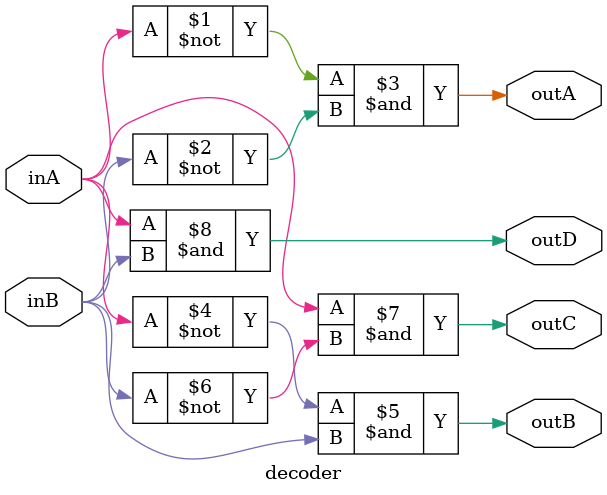
<source format=v>
`timescale 1ns / 1ps


module decoder(
input inA,
input inB,
output outA,
output outB,
output outC,
output outD
    );
    
    
    assign outA= (~inA)&(~inB);
    assign outB= (~inA)&inB;
    assign outC= inA&(~inB);
    assign outD= inA&inB;
    
endmodule

</source>
